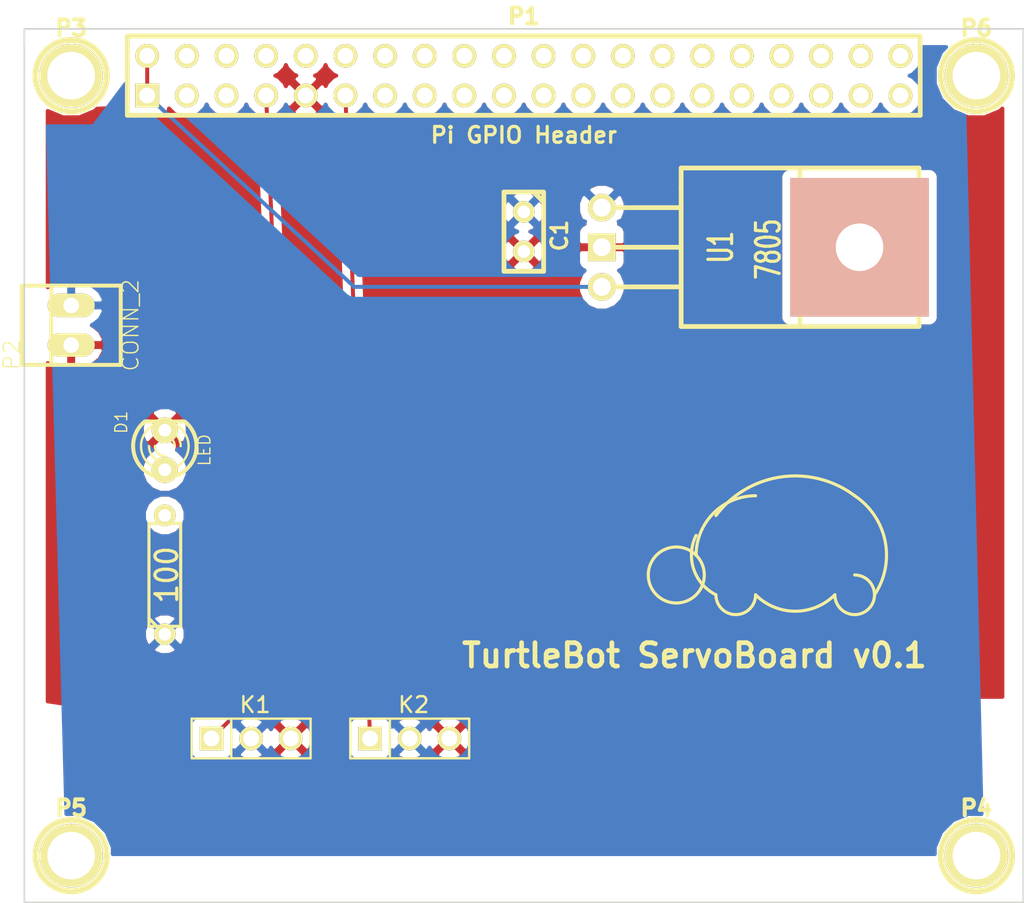
<source format=kicad_pcb>
(kicad_pcb (version 3) (host pcbnew "(2013-07-07 BZR 4022)-stable")

  (general
    (links 16)
    (no_connects 1)
    (area 123.539 66.29084 193.461 124.683)
    (thickness 1.6)
    (drawings 18)
    (tracks 6)
    (zones 0)
    (modules 12)
    (nets 7)
  )

  (page USLetter)
  (title_block 
    (title "Robot Turtle Layout")
    (rev 0.1)
  )

  (layers
    (15 F.Cu signal)
    (0 B.Cu signal)
    (16 B.Adhes user)
    (17 F.Adhes user)
    (18 B.Paste user)
    (19 F.Paste user)
    (20 B.SilkS user)
    (21 F.SilkS user)
    (22 B.Mask user)
    (23 F.Mask user)
    (24 Dwgs.User user)
    (25 Cmts.User user)
    (26 Eco1.User user)
    (27 Eco2.User user)
    (28 Edge.Cuts user)
  )

  (setup
    (last_trace_width 0.254)
    (trace_clearance 0.254)
    (zone_clearance 0.508)
    (zone_45_only no)
    (trace_min 0.254)
    (segment_width 0.2)
    (edge_width 0.1)
    (via_size 0.889)
    (via_drill 0.635)
    (via_min_size 0.889)
    (via_min_drill 0.508)
    (uvia_size 0.508)
    (uvia_drill 0.127)
    (uvias_allowed no)
    (uvia_min_size 0.508)
    (uvia_min_drill 0.127)
    (pcb_text_width 0.3)
    (pcb_text_size 1.5 1.5)
    (mod_edge_width 0.15)
    (mod_text_size 1 1)
    (mod_text_width 0.15)
    (pad_size 1.5 1.5)
    (pad_drill 0.6)
    (pad_to_mask_clearance 0)
    (aux_axis_origin 0 0)
    (visible_elements 7FFFFFFF)
    (pcbplotparams
      (layerselection 271613953)
      (usegerberextensions true)
      (excludeedgelayer true)
      (linewidth 0.150000)
      (plotframeref false)
      (viasonmask false)
      (mode 1)
      (useauxorigin false)
      (hpglpennumber 1)
      (hpglpenspeed 20)
      (hpglpendiameter 15)
      (hpglpenoverlay 2)
      (psnegative false)
      (psa4output false)
      (plotreference true)
      (plotvalue true)
      (plotothertext true)
      (plotinvisibletext false)
      (padsonsilk false)
      (subtractmaskfromsilk false)
      (outputformat 1)
      (mirror false)
      (drillshape 0)
      (scaleselection 1)
      (outputdirectory gerber_files/))
  )

  (net 0 "")
  (net 1 +6V)
  (net 2 GND)
  (net 3 N-0000027)
  (net 4 N-0000033)
  (net 5 N-000006)
  (net 6 N-000008)

  (net_class Default "This is the default net class."
    (clearance 0.254)
    (trace_width 0.254)
    (via_dia 0.889)
    (via_drill 0.635)
    (uvia_dia 0.508)
    (uvia_drill 0.127)
    (add_net "")
    (add_net +6V)
    (add_net GND)
    (add_net N-0000027)
    (add_net N-0000033)
    (add_net N-000006)
    (add_net N-000008)
  )

  (module R3 (layer F.Cu) (tedit 4E4C0E65) (tstamp 54A6E807)
    (at 135 103 90)
    (descr "Resitance 3 pas")
    (tags R)
    (path /54A6DC96)
    (autoplace_cost180 10)
    (fp_text reference R1 (at 0 0.127 90) (layer F.SilkS) hide
      (effects (font (size 1.397 1.27) (thickness 0.2032)))
    )
    (fp_text value 100 (at 0 0.127 90) (layer F.SilkS)
      (effects (font (size 1.397 1.27) (thickness 0.2032)))
    )
    (fp_line (start -3.81 0) (end -3.302 0) (layer F.SilkS) (width 0.2032))
    (fp_line (start 3.81 0) (end 3.302 0) (layer F.SilkS) (width 0.2032))
    (fp_line (start 3.302 0) (end 3.302 -1.016) (layer F.SilkS) (width 0.2032))
    (fp_line (start 3.302 -1.016) (end -3.302 -1.016) (layer F.SilkS) (width 0.2032))
    (fp_line (start -3.302 -1.016) (end -3.302 1.016) (layer F.SilkS) (width 0.2032))
    (fp_line (start -3.302 1.016) (end 3.302 1.016) (layer F.SilkS) (width 0.2032))
    (fp_line (start 3.302 1.016) (end 3.302 0) (layer F.SilkS) (width 0.2032))
    (fp_line (start -3.302 -0.508) (end -2.794 -1.016) (layer F.SilkS) (width 0.2032))
    (pad 1 thru_hole circle (at -3.81 0 90) (size 1.397 1.397) (drill 0.8128)
      (layers *.Cu *.Mask F.SilkS)
      (net 1 +6V)
    )
    (pad 2 thru_hole circle (at 3.81 0 90) (size 1.397 1.397) (drill 0.8128)
      (layers *.Cu *.Mask F.SilkS)
      (net 3 N-0000027)
    )
    (model discret/resistor.wrl
      (at (xyz 0 0 0))
      (scale (xyz 0.3 0.3 0.3))
      (rotate (xyz 0 0 0))
    )
  )

  (module PIN_ARRAY_20X2 (layer F.Cu) (tedit 5031D84E) (tstamp 54A6E837)
    (at 158 71)
    (descr "Double rangee de contacts 2 x 12 pins")
    (tags CONN)
    (path /54A6E06A)
    (fp_text reference P1 (at 0 -3.81) (layer F.SilkS)
      (effects (font (size 1.016 1.016) (thickness 0.27432)))
    )
    (fp_text value "Pi GPIO Header" (at 0 3.81) (layer F.SilkS)
      (effects (font (size 1.016 1.016) (thickness 0.2032)))
    )
    (fp_line (start 25.4 2.54) (end -25.4 2.54) (layer F.SilkS) (width 0.3048))
    (fp_line (start 25.4 -2.54) (end -25.4 -2.54) (layer F.SilkS) (width 0.3048))
    (fp_line (start 25.4 -2.54) (end 25.4 2.54) (layer F.SilkS) (width 0.3048))
    (fp_line (start -25.4 -2.54) (end -25.4 2.54) (layer F.SilkS) (width 0.3048))
    (pad 1 thru_hole rect (at -24.13 1.27) (size 1.524 1.524) (drill 1.016)
      (layers *.Cu *.Mask F.SilkS)
      (net 4 N-0000033)
    )
    (pad 2 thru_hole circle (at -24.13 -1.27) (size 1.524 1.524) (drill 1.016)
      (layers *.Cu *.Mask F.SilkS)
      (net 4 N-0000033)
    )
    (pad 11 thru_hole circle (at -11.43 1.27) (size 1.524 1.524) (drill 1.016)
      (layers *.Cu *.Mask F.SilkS)
      (net 6 N-000008)
    )
    (pad 4 thru_hole circle (at -21.59 -1.27) (size 1.524 1.524) (drill 1.016)
      (layers *.Cu *.Mask F.SilkS)
    )
    (pad 13 thru_hole circle (at -8.89 1.27) (size 1.524 1.524) (drill 1.016)
      (layers *.Cu *.Mask F.SilkS)
    )
    (pad 6 thru_hole circle (at -19.05 -1.27) (size 1.524 1.524) (drill 1.016)
      (layers *.Cu *.Mask F.SilkS)
    )
    (pad 15 thru_hole circle (at -6.35 1.27) (size 1.524 1.524) (drill 1.016)
      (layers *.Cu *.Mask F.SilkS)
    )
    (pad 8 thru_hole circle (at -16.51 -1.27) (size 1.524 1.524) (drill 1.016)
      (layers *.Cu *.Mask F.SilkS)
    )
    (pad 17 thru_hole circle (at -3.81 1.27) (size 1.524 1.524) (drill 1.016)
      (layers *.Cu *.Mask F.SilkS)
    )
    (pad 10 thru_hole circle (at -13.97 -1.27) (size 1.524 1.524) (drill 1.016)
      (layers *.Cu *.Mask F.SilkS)
    )
    (pad 19 thru_hole circle (at -1.27 1.27) (size 1.524 1.524) (drill 1.016)
      (layers *.Cu *.Mask F.SilkS)
    )
    (pad 12 thru_hole circle (at -11.43 -1.27) (size 1.524 1.524) (drill 1.016)
      (layers *.Cu *.Mask F.SilkS)
    )
    (pad 21 thru_hole circle (at 1.27 1.27) (size 1.524 1.524) (drill 1.016)
      (layers *.Cu *.Mask F.SilkS)
    )
    (pad 14 thru_hole circle (at -8.89 -1.27) (size 1.524 1.524) (drill 1.016)
      (layers *.Cu *.Mask F.SilkS)
    )
    (pad 23 thru_hole circle (at 3.81 1.27) (size 1.524 1.524) (drill 1.016)
      (layers *.Cu *.Mask F.SilkS)
    )
    (pad 16 thru_hole circle (at -6.35 -1.27) (size 1.524 1.524) (drill 1.016)
      (layers *.Cu *.Mask F.SilkS)
    )
    (pad 25 thru_hole circle (at 6.35 1.27) (size 1.524 1.524) (drill 1.016)
      (layers *.Cu *.Mask F.SilkS)
    )
    (pad 18 thru_hole circle (at -3.81 -1.27) (size 1.524 1.524) (drill 1.016)
      (layers *.Cu *.Mask F.SilkS)
    )
    (pad 27 thru_hole circle (at 8.89 1.27) (size 1.524 1.524) (drill 1.016)
      (layers *.Cu *.Mask F.SilkS)
    )
    (pad 20 thru_hole circle (at -1.27 -1.27) (size 1.524 1.524) (drill 1.016)
      (layers *.Cu *.Mask F.SilkS)
    )
    (pad 29 thru_hole circle (at 11.43 1.27) (size 1.524 1.524) (drill 1.016)
      (layers *.Cu *.Mask F.SilkS)
    )
    (pad 22 thru_hole circle (at 1.27 -1.27) (size 1.524 1.524) (drill 1.016)
      (layers *.Cu *.Mask F.SilkS)
    )
    (pad 31 thru_hole circle (at 13.97 1.27) (size 1.524 1.524) (drill 1.016)
      (layers *.Cu *.Mask F.SilkS)
    )
    (pad 24 thru_hole circle (at 3.81 -1.27) (size 1.524 1.524) (drill 1.016)
      (layers *.Cu *.Mask F.SilkS)
    )
    (pad 26 thru_hole circle (at 6.35 -1.27) (size 1.524 1.524) (drill 1.016)
      (layers *.Cu *.Mask F.SilkS)
    )
    (pad 33 thru_hole circle (at 16.51 1.27) (size 1.524 1.524) (drill 1.016)
      (layers *.Cu *.Mask F.SilkS)
    )
    (pad 28 thru_hole circle (at 8.89 -1.27) (size 1.524 1.524) (drill 1.016)
      (layers *.Cu *.Mask F.SilkS)
    )
    (pad 32 thru_hole circle (at 13.97 -1.27) (size 1.524 1.524) (drill 1.016)
      (layers *.Cu *.Mask F.SilkS)
    )
    (pad 34 thru_hole circle (at 16.51 -1.27) (size 1.524 1.524) (drill 1.016)
      (layers *.Cu *.Mask F.SilkS)
    )
    (pad 36 thru_hole circle (at 19.05 -1.27) (size 1.524 1.524) (drill 1.016)
      (layers *.Cu *.Mask F.SilkS)
    )
    (pad 38 thru_hole circle (at 21.59 -1.27) (size 1.524 1.524) (drill 1.016)
      (layers *.Cu *.Mask F.SilkS)
    )
    (pad 35 thru_hole circle (at 19.05 1.27) (size 1.524 1.524) (drill 1.016)
      (layers *.Cu *.Mask F.SilkS)
    )
    (pad 37 thru_hole circle (at 21.59 1.27) (size 1.524 1.524) (drill 1.016)
      (layers *.Cu *.Mask F.SilkS)
    )
    (pad 3 thru_hole circle (at -21.59 1.27) (size 1.524 1.524) (drill 1.016)
      (layers *.Cu *.Mask F.SilkS)
    )
    (pad 5 thru_hole circle (at -19.05 1.27) (size 1.524 1.524) (drill 1.016)
      (layers *.Cu *.Mask F.SilkS)
    )
    (pad 7 thru_hole circle (at -16.51 1.27) (size 1.524 1.524) (drill 1.016)
      (layers *.Cu *.Mask F.SilkS)
      (net 5 N-000006)
    )
    (pad 9 thru_hole circle (at -13.97 1.27) (size 1.524 1.524) (drill 1.016)
      (layers *.Cu *.Mask F.SilkS)
      (net 2 GND)
    )
    (pad 39 thru_hole circle (at 24.13 1.27) (size 1.524 1.524) (drill 1.016)
      (layers *.Cu *.Mask F.SilkS)
    )
    (pad 40 thru_hole circle (at 24.13 -1.27) (size 1.524 1.524) (drill 1.016)
      (layers *.Cu *.Mask F.SilkS)
    )
    (pad 30 thru_hole circle (at 11.43 -1.27) (size 1.524 1.524) (drill 1.016)
      (layers *.Cu *.Mask F.SilkS)
    )
    (model pin_array/pins_array_20x2.wrl
      (at (xyz 0 0 0))
      (scale (xyz 1 1 1))
      (rotate (xyz 0 0 0))
    )
  )

  (module LM78XX (layer F.Cu) (tedit 200000) (tstamp 54A6E849)
    (at 163 82)
    (descr "Regulateur TO220 serie LM78xx")
    (tags "TR TO220")
    (path /54A6D8F3)
    (fp_text reference U1 (at 7.62 0 90) (layer F.SilkS)
      (effects (font (size 1.524 1.016) (thickness 0.2032)))
    )
    (fp_text value 7805 (at 10.668 0.127 90) (layer F.SilkS)
      (effects (font (size 1.524 1.016) (thickness 0.2032)))
    )
    (fp_line (start 0 -2.54) (end 5.08 -2.54) (layer F.SilkS) (width 0.3048))
    (fp_line (start 0 0) (end 5.08 0) (layer F.SilkS) (width 0.3048))
    (fp_line (start 0 2.54) (end 5.08 2.54) (layer F.SilkS) (width 0.3048))
    (fp_line (start 5.08 -3.81) (end 5.08 5.08) (layer F.SilkS) (width 0.3048))
    (fp_line (start 5.08 5.08) (end 20.32 5.08) (layer F.SilkS) (width 0.3048))
    (fp_line (start 20.32 5.08) (end 20.32 -5.08) (layer F.SilkS) (width 0.3048))
    (fp_line (start 5.08 -3.81) (end 5.08 -5.08) (layer F.SilkS) (width 0.3048))
    (fp_line (start 12.7 3.81) (end 12.7 -5.08) (layer F.SilkS) (width 0.3048))
    (fp_line (start 12.7 3.81) (end 12.7 5.08) (layer F.SilkS) (width 0.3048))
    (fp_line (start 5.08 -5.08) (end 20.32 -5.08) (layer F.SilkS) (width 0.3048))
    (pad 4 thru_hole rect (at 16.51 0) (size 8.89 8.89) (drill 3.048)
      (layers *.Cu *.SilkS *.Mask)
    )
    (pad VI thru_hole circle (at 0 -2.54) (size 1.778 1.778) (drill 1.143)
      (layers *.Cu *.Mask F.SilkS)
      (net 1 +6V)
    )
    (pad GND thru_hole rect (at 0 0) (size 1.778 1.778) (drill 1.143)
      (layers *.Cu *.Mask F.SilkS)
      (net 2 GND)
    )
    (pad VO thru_hole circle (at 0 2.54) (size 1.778 1.778) (drill 1.143)
      (layers *.Cu *.Mask F.SilkS)
      (net 4 N-0000033)
    )
    (model discret/to220_horiz.wrl
      (at (xyz 0 0 0))
      (scale (xyz 1 1 1))
      (rotate (xyz 0 0 0))
    )
  )

  (module LED-3MM (layer F.Cu) (tedit 50ADE848) (tstamp 54A6E862)
    (at 135 95 90)
    (descr "LED 3mm - Lead pitch 100mil (2,54mm)")
    (tags "LED led 3mm 3MM 100mil 2,54mm")
    (path /54A6DE7D)
    (fp_text reference D1 (at 1.778 -2.794 90) (layer F.SilkS)
      (effects (font (size 0.762 0.762) (thickness 0.0889)))
    )
    (fp_text value LED (at 0 2.54 90) (layer F.SilkS)
      (effects (font (size 0.762 0.762) (thickness 0.0889)))
    )
    (fp_line (start 1.8288 1.27) (end 1.8288 -1.27) (layer F.SilkS) (width 0.254))
    (fp_arc (start 0.254 0) (end -1.27 0) (angle 39.8) (layer F.SilkS) (width 0.1524))
    (fp_arc (start 0.254 0) (end -0.88392 1.01092) (angle 41.6) (layer F.SilkS) (width 0.1524))
    (fp_arc (start 0.254 0) (end 1.4097 -0.9906) (angle 40.6) (layer F.SilkS) (width 0.1524))
    (fp_arc (start 0.254 0) (end 1.778 0) (angle 39.8) (layer F.SilkS) (width 0.1524))
    (fp_arc (start 0.254 0) (end 0.254 -1.524) (angle 54.4) (layer F.SilkS) (width 0.1524))
    (fp_arc (start 0.254 0) (end -0.9652 -0.9144) (angle 53.1) (layer F.SilkS) (width 0.1524))
    (fp_arc (start 0.254 0) (end 1.45542 0.93472) (angle 52.1) (layer F.SilkS) (width 0.1524))
    (fp_arc (start 0.254 0) (end 0.254 1.524) (angle 52.1) (layer F.SilkS) (width 0.1524))
    (fp_arc (start 0.254 0) (end -0.381 0) (angle 90) (layer F.SilkS) (width 0.1524))
    (fp_arc (start 0.254 0) (end -0.762 0) (angle 90) (layer F.SilkS) (width 0.1524))
    (fp_arc (start 0.254 0) (end 0.889 0) (angle 90) (layer F.SilkS) (width 0.1524))
    (fp_arc (start 0.254 0) (end 1.27 0) (angle 90) (layer F.SilkS) (width 0.1524))
    (fp_arc (start 0.254 0) (end 0.254 -2.032) (angle 50.1) (layer F.SilkS) (width 0.254))
    (fp_arc (start 0.254 0) (end -1.5367 -0.95504) (angle 61.9) (layer F.SilkS) (width 0.254))
    (fp_arc (start 0.254 0) (end 1.8034 1.31064) (angle 49.7) (layer F.SilkS) (width 0.254))
    (fp_arc (start 0.254 0) (end 0.254 2.032) (angle 60.2) (layer F.SilkS) (width 0.254))
    (fp_arc (start 0.254 0) (end -1.778 0) (angle 28.3) (layer F.SilkS) (width 0.254))
    (fp_arc (start 0.254 0) (end -1.47574 1.06426) (angle 31.6) (layer F.SilkS) (width 0.254))
    (pad 1 thru_hole circle (at -1.27 0 90) (size 1.6764 1.6764) (drill 0.8128)
      (layers *.Cu *.Mask F.SilkS)
      (net 3 N-0000027)
    )
    (pad 2 thru_hole circle (at 1.27 0 90) (size 1.6764 1.6764) (drill 0.8128)
      (layers *.Cu *.Mask F.SilkS)
      (net 2 GND)
    )
    (model discret/leds/led3_vertical_verde.wrl
      (at (xyz 0 0 0))
      (scale (xyz 1 1 1))
      (rotate (xyz 0 0 0))
    )
  )

  (module C1 (layer F.Cu) (tedit 3F92C496) (tstamp 54A6E86D)
    (at 158 81 270)
    (descr "Condensateur e = 1 pas")
    (tags C)
    (path /54A6DFA4)
    (fp_text reference C1 (at 0.254 -2.286 270) (layer F.SilkS)
      (effects (font (size 1.016 1.016) (thickness 0.2032)))
    )
    (fp_text value "100 uF" (at 0 -2.286 270) (layer F.SilkS) hide
      (effects (font (size 1.016 1.016) (thickness 0.2032)))
    )
    (fp_line (start -2.4892 -1.27) (end 2.54 -1.27) (layer F.SilkS) (width 0.3048))
    (fp_line (start 2.54 -1.27) (end 2.54 1.27) (layer F.SilkS) (width 0.3048))
    (fp_line (start 2.54 1.27) (end -2.54 1.27) (layer F.SilkS) (width 0.3048))
    (fp_line (start -2.54 1.27) (end -2.54 -1.27) (layer F.SilkS) (width 0.3048))
    (fp_line (start -2.54 -0.635) (end -1.905 -1.27) (layer F.SilkS) (width 0.3048))
    (pad 1 thru_hole circle (at -1.27 0 270) (size 1.397 1.397) (drill 0.8128)
      (layers *.Cu *.Mask F.SilkS)
      (net 1 +6V)
    )
    (pad 2 thru_hole circle (at 1.27 0 270) (size 1.397 1.397) (drill 0.8128)
      (layers *.Cu *.Mask F.SilkS)
      (net 2 GND)
    )
    (model discret/capa_1_pas.wrl
      (at (xyz 0 0 0))
      (scale (xyz 1 1 1))
      (rotate (xyz 0 0 0))
    )
  )

  (module PIN_ARRAY_3X1 (layer F.Cu) (tedit 4C1130E0) (tstamp 54A6E878)
    (at 140.53 113.49)
    (descr "Connecteur 3 pins")
    (tags "CONN DEV")
    (path /54A6E166)
    (fp_text reference K1 (at 0.254 -2.159) (layer F.SilkS)
      (effects (font (size 1.016 1.016) (thickness 0.1524)))
    )
    (fp_text value "Left Servo" (at 0 -2.159) (layer F.SilkS) hide
      (effects (font (size 1.016 1.016) (thickness 0.1524)))
    )
    (fp_line (start -3.81 1.27) (end -3.81 -1.27) (layer F.SilkS) (width 0.1524))
    (fp_line (start -3.81 -1.27) (end 3.81 -1.27) (layer F.SilkS) (width 0.1524))
    (fp_line (start 3.81 -1.27) (end 3.81 1.27) (layer F.SilkS) (width 0.1524))
    (fp_line (start 3.81 1.27) (end -3.81 1.27) (layer F.SilkS) (width 0.1524))
    (fp_line (start -1.27 -1.27) (end -1.27 1.27) (layer F.SilkS) (width 0.1524))
    (pad 1 thru_hole rect (at -2.54 0) (size 1.524 1.524) (drill 1.016)
      (layers *.Cu *.Mask F.SilkS)
      (net 5 N-000006)
    )
    (pad 2 thru_hole circle (at 0 0) (size 1.524 1.524) (drill 1.016)
      (layers *.Cu *.Mask F.SilkS)
      (net 1 +6V)
    )
    (pad 3 thru_hole circle (at 2.54 0) (size 1.524 1.524) (drill 1.016)
      (layers *.Cu *.Mask F.SilkS)
      (net 2 GND)
    )
    (model pin_array/pins_array_3x1.wrl
      (at (xyz 0 0 0))
      (scale (xyz 1 1 1))
      (rotate (xyz 0 0 0))
    )
  )

  (module PIN_ARRAY_3X1 (layer F.Cu) (tedit 4C1130E0) (tstamp 54A6E883)
    (at 150.69 113.49)
    (descr "Connecteur 3 pins")
    (tags "CONN DEV")
    (path /54A6E177)
    (fp_text reference K2 (at 0.254 -2.159) (layer F.SilkS)
      (effects (font (size 1.016 1.016) (thickness 0.1524)))
    )
    (fp_text value "Right Servo" (at 0 -2.159) (layer F.SilkS) hide
      (effects (font (size 1.016 1.016) (thickness 0.1524)))
    )
    (fp_line (start -3.81 1.27) (end -3.81 -1.27) (layer F.SilkS) (width 0.1524))
    (fp_line (start -3.81 -1.27) (end 3.81 -1.27) (layer F.SilkS) (width 0.1524))
    (fp_line (start 3.81 -1.27) (end 3.81 1.27) (layer F.SilkS) (width 0.1524))
    (fp_line (start 3.81 1.27) (end -3.81 1.27) (layer F.SilkS) (width 0.1524))
    (fp_line (start -1.27 -1.27) (end -1.27 1.27) (layer F.SilkS) (width 0.1524))
    (pad 1 thru_hole rect (at -2.54 0) (size 1.524 1.524) (drill 1.016)
      (layers *.Cu *.Mask F.SilkS)
      (net 6 N-000008)
    )
    (pad 2 thru_hole circle (at 0 0) (size 1.524 1.524) (drill 1.016)
      (layers *.Cu *.Mask F.SilkS)
      (net 1 +6V)
    )
    (pad 3 thru_hole circle (at 2.54 0) (size 1.524 1.524) (drill 1.016)
      (layers *.Cu *.Mask F.SilkS)
      (net 2 GND)
    )
    (model pin_array/pins_array_3x1.wrl
      (at (xyz 0 0 0))
      (scale (xyz 1 1 1))
      (rotate (xyz 0 0 0))
    )
  )

  (module 1pin (layer F.Cu) (tedit 200000) (tstamp 54A7928B)
    (at 129 71)
    (descr "module 1 pin (ou trou mecanique de percage)")
    (tags DEV)
    (path /54A791F4)
    (fp_text reference P3 (at 0 -3.048) (layer F.SilkS)
      (effects (font (size 1.016 1.016) (thickness 0.254)))
    )
    (fp_text value CONNECTOR (at 0 2.794) (layer F.SilkS) hide
      (effects (font (size 1.016 1.016) (thickness 0.254)))
    )
    (fp_circle (center 0 0) (end 0 -2.286) (layer F.SilkS) (width 0.381))
    (pad 1 thru_hole circle (at 0 0) (size 4.064 4.064) (drill 3.048)
      (layers *.Cu *.Mask F.SilkS)
    )
  )

  (module 1pin (layer F.Cu) (tedit 200000) (tstamp 54A79291)
    (at 129 121)
    (descr "module 1 pin (ou trou mecanique de percage)")
    (tags DEV)
    (path /54A79203)
    (fp_text reference P5 (at 0 -3.048) (layer F.SilkS)
      (effects (font (size 1.016 1.016) (thickness 0.254)))
    )
    (fp_text value CONNECTOR (at 0 2.794) (layer F.SilkS) hide
      (effects (font (size 1.016 1.016) (thickness 0.254)))
    )
    (fp_circle (center 0 0) (end 0 -2.286) (layer F.SilkS) (width 0.381))
    (pad 1 thru_hole circle (at 0 0) (size 4.064 4.064) (drill 3.048)
      (layers *.Cu *.Mask F.SilkS)
    )
  )

  (module 1pin (layer F.Cu) (tedit 200000) (tstamp 54A79297)
    (at 187 121)
    (descr "module 1 pin (ou trou mecanique de percage)")
    (tags DEV)
    (path /54A79212)
    (fp_text reference P4 (at 0 -3.048) (layer F.SilkS)
      (effects (font (size 1.016 1.016) (thickness 0.254)))
    )
    (fp_text value CONNECTOR (at 0 2.794) (layer F.SilkS) hide
      (effects (font (size 1.016 1.016) (thickness 0.254)))
    )
    (fp_circle (center 0 0) (end 0 -2.286) (layer F.SilkS) (width 0.381))
    (pad 1 thru_hole circle (at 0 0) (size 4.064 4.064) (drill 3.048)
      (layers *.Cu *.Mask F.SilkS)
    )
  )

  (module PINHEAD1-2 (layer F.Cu) (tedit 4C5EDFB2) (tstamp 54A792C4)
    (at 129 87 90)
    (path /54A6EE84)
    (attr virtual)
    (fp_text reference P2 (at -1.905 -3.81 90) (layer F.SilkS)
      (effects (font (size 1.016 1.016) (thickness 0.0889)))
    )
    (fp_text value CONN_2 (at 0 3.81 90) (layer F.SilkS)
      (effects (font (size 1.016 1.016) (thickness 0.0889)))
    )
    (fp_line (start 2.54 -1.27) (end -2.54 -1.27) (layer F.SilkS) (width 0.254))
    (fp_line (start 2.54 3.175) (end -2.54 3.175) (layer F.SilkS) (width 0.254))
    (fp_line (start -2.54 -3.175) (end 2.54 -3.175) (layer F.SilkS) (width 0.254))
    (fp_line (start -2.54 -3.175) (end -2.54 3.175) (layer F.SilkS) (width 0.254))
    (fp_line (start 2.54 -3.175) (end 2.54 3.175) (layer F.SilkS) (width 0.254))
    (pad 1 thru_hole oval (at -1.27 0 90) (size 1.50622 3.01498) (drill 0.99822)
      (layers *.Cu F.Paste F.SilkS F.Mask)
      (net 2 GND)
    )
    (pad 2 thru_hole oval (at 1.27 0 90) (size 1.50622 3.01498) (drill 0.99822)
      (layers *.Cu F.Paste F.SilkS F.Mask)
      (net 1 +6V)
    )
  )

  (module 1pin (layer F.Cu) (tedit 200000) (tstamp 54A87ECD)
    (at 187 71)
    (descr "module 1 pin (ou trou mecanique de percage)")
    (tags DEV)
    (path /54A79221)
    (fp_text reference P6 (at 0 -3.048) (layer F.SilkS)
      (effects (font (size 1.016 1.016) (thickness 0.254)))
    )
    (fp_text value CONNECTOR (at 0 2.794) (layer F.SilkS) hide
      (effects (font (size 1.016 1.016) (thickness 0.254)))
    )
    (fp_circle (center 0 0) (end 0 -2.286) (layer F.SilkS) (width 0.381))
    (pad 1 thru_hole circle (at 0 0) (size 4.064 4.064) (drill 3.048)
      (layers *.Cu *.Mask F.SilkS)
    )
  )

  (gr_line (start 190 124) (end 126 124) (angle 90) (layer Edge.Cuts) (width 0.1))
  (gr_line (start 190 68) (end 126 68) (angle 90) (layer Edge.Cuts) (width 0.1))
  (gr_line (start 190 124) (end 190 68) (angle 90) (layer Edge.Cuts) (width 0.1))
  (gr_line (start 126 69) (end 126 68) (angle 90) (layer Edge.Cuts) (width 0.1))
  (gr_line (start 126 68) (end 126 69) (angle 90) (layer Edge.Cuts) (width 0.1))
  (gr_line (start 126 124) (end 126 69) (angle 90) (layer Edge.Cuts) (width 0.1))
  (gr_arc (start 171.58 101.74) (end 170.31 104.28) (angle 90) (layer F.SilkS) (width 0.2))
  (gr_arc (start 171.58 104.28) (end 171.58 105.55) (angle 90) (layer F.SilkS) (width 0.2))
  (gr_arc (start 171.58 104.28) (end 172.85 104.28) (angle 90) (layer F.SilkS) (width 0.2))
  (gr_arc (start 175.39 101.74) (end 177.93 104.28) (angle 90) (layer F.SilkS) (width 0.2))
  (gr_arc (start 179.2 104.28) (end 179.2 105.55) (angle 90) (layer F.SilkS) (width 0.2))
  (gr_arc (start 179.2 104.28) (end 180.47 104.28) (angle 90) (layer F.SilkS) (width 0.2))
  (gr_arc (start 179.2 104.28) (end 179.2 103.01) (angle 90) (layer F.SilkS) (width 0.2))
  (gr_arc (start 176.66 101.74) (end 179.2 97.93) (angle 90) (layer F.SilkS) (width 0.2))
  (gr_arc (start 172.85 101.74) (end 169.04 101.74) (angle 90) (layer F.SilkS) (width 0.2))
  (gr_arc (start 175.39 103.01) (end 170.31 99.2) (angle 90) (layer F.SilkS) (width 0.2))
  (gr_circle (center 167.77 103.01) (end 169.04 104.28) (layer F.SilkS) (width 0.2))
  (gr_text "TurtleBot ServoBoard v0.1" (at 168.93 108.17) (layer F.SilkS)
    (effects (font (size 1.5 1.5) (thickness 0.3)))
  )

  (segment (start 163 84.54) (end 147.14 84.54) (width 0.254) (layer B.Cu) (net 4))
  (segment (start 147.14 84.54) (end 133.87 72.27) (width 0.254) (layer B.Cu) (net 4) (tstamp 54A88066) (status 20))
  (segment (start 133.87 72.27) (end 133.87 69.73) (width 0.254) (layer F.Cu) (net 4) (status 30))
  (segment (start 141.49 72.27) (end 143.07 108.41) (width 0.254) (layer F.Cu) (net 5) (status 10))
  (segment (start 143.07 108.41) (end 137.99 113.49) (width 0.254) (layer F.Cu) (net 5) (tstamp 54A793E1))
  (segment (start 146.57 72.27) (end 148.15 113.49) (width 0.254) (layer F.Cu) (net 6) (status 10))

  (zone (net 2) (net_name GND) (layer F.Cu) (tstamp 54A79410) (hatch edge 0.508)
    (connect_pads (clearance 0.508))
    (min_thickness 0.254)
    (fill (arc_segments 16) (thermal_gap 0.508) (thermal_bridge_width 0.508))
    (polygon
      (pts
        (xy 188.79 110.95) (xy 182.44 110.95) (xy 182.44 117.3) (xy 134.18 117.3) (xy 134.18 112.22)
        (xy 127.37 111.22) (xy 127.37 73.12) (xy 134.18 72.85) (xy 134.18 69.04) (xy 182.44 69.04)
        (xy 182.44 72.85) (xy 188.79 72.85)
      )
    )
    (filled_polygon
      (pts
        (xy 188.663 110.823) (xy 184.59011 110.823) (xy 184.59011 86.319245) (xy 184.59011 77.429245) (xy 184.493641 77.195771)
        (xy 184.315168 77.016987) (xy 184.081864 76.920111) (xy 183.829245 76.91989) (xy 174.939245 76.91989) (xy 174.705771 77.016359)
        (xy 174.526987 77.194832) (xy 174.430111 77.428136) (xy 174.42989 77.680755) (xy 174.42989 86.570755) (xy 174.526359 86.804229)
        (xy 174.704832 86.983013) (xy 174.938136 87.079889) (xy 175.190755 87.08011) (xy 184.080755 87.08011) (xy 184.314229 86.983641)
        (xy 184.493013 86.805168) (xy 184.589889 86.571864) (xy 184.59011 86.319245) (xy 184.59011 110.823) (xy 182.313 110.823)
        (xy 182.313 117.173) (xy 164.524263 117.173) (xy 164.524263 84.238188) (xy 164.524263 79.158188) (xy 164.292737 78.597852)
        (xy 163.864403 78.16877) (xy 163.304472 77.936266) (xy 162.698188 77.935737) (xy 162.137852 78.167263) (xy 161.70877 78.595597)
        (xy 161.476266 79.155528) (xy 161.475737 79.761812) (xy 161.707263 80.322148) (xy 161.897095 80.512312) (xy 161.751771 80.572359)
        (xy 161.572987 80.750832) (xy 161.476111 80.984136) (xy 161.47589 81.236755) (xy 161.476 81.71425) (xy 161.63475 81.873)
        (xy 162.873 81.873) (xy 162.873 81.853) (xy 163.127 81.853) (xy 163.127 81.873) (xy 164.36525 81.873)
        (xy 164.524 81.71425) (xy 164.52411 81.236755) (xy 164.523889 80.984136) (xy 164.427013 80.750832) (xy 164.248229 80.572359)
        (xy 164.102966 80.512338) (xy 164.29123 80.324403) (xy 164.523734 79.764472) (xy 164.524263 79.158188) (xy 164.524263 84.238188)
        (xy 164.292737 83.677852) (xy 164.102904 83.487687) (xy 164.248229 83.427641) (xy 164.427013 83.249168) (xy 164.523889 83.015864)
        (xy 164.52411 82.763245) (xy 164.524 82.28575) (xy 164.36525 82.127) (xy 163.127 82.127) (xy 163.127 82.147)
        (xy 162.873 82.147) (xy 162.873 82.127) (xy 161.63475 82.127) (xy 161.476 82.28575) (xy 161.47589 82.763245)
        (xy 161.476111 83.015864) (xy 161.572987 83.249168) (xy 161.751771 83.427641) (xy 161.897033 83.487661) (xy 161.70877 83.675597)
        (xy 161.476266 84.235528) (xy 161.475737 84.841812) (xy 161.707263 85.402148) (xy 162.135597 85.83123) (xy 162.695528 86.063734)
        (xy 163.301812 86.064263) (xy 163.862148 85.832737) (xy 164.29123 85.404403) (xy 164.523734 84.844472) (xy 164.524263 84.238188)
        (xy 164.524263 117.173) (xy 159.345924 117.173) (xy 159.345924 82.46252) (xy 159.33373 82.238064) (xy 159.33373 79.465914)
        (xy 159.131145 78.97562) (xy 158.756353 78.600174) (xy 158.266413 78.396733) (xy 157.735914 78.39627) (xy 157.24562 78.598855)
        (xy 156.870174 78.973647) (xy 156.666733 79.463587) (xy 156.66627 79.994086) (xy 156.868855 80.48438) (xy 157.243647 80.859826)
        (xy 157.565122 80.993314) (xy 157.307072 81.100202) (xy 157.245419 81.335814) (xy 158 82.090395) (xy 158.754581 81.335814)
        (xy 158.692928 81.100202) (xy 158.413683 81.001917) (xy 158.75438 80.861145) (xy 159.129826 80.486353) (xy 159.333267 79.996413)
        (xy 159.33373 79.465914) (xy 159.33373 82.238064) (xy 159.317146 81.932802) (xy 159.169798 81.577072) (xy 158.934186 81.515419)
        (xy 158.179605 82.27) (xy 158.934186 83.024581) (xy 159.169798 82.962928) (xy 159.345924 82.46252) (xy 159.345924 117.173)
        (xy 158.754581 117.173) (xy 158.754581 83.204186) (xy 158 82.449605) (xy 157.820395 82.62921) (xy 157.820395 82.27)
        (xy 157.065814 81.515419) (xy 156.830202 81.577072) (xy 156.654076 82.07748) (xy 156.682854 82.607198) (xy 156.830202 82.962928)
        (xy 157.065814 83.024581) (xy 157.820395 82.27) (xy 157.820395 82.62921) (xy 157.245419 83.204186) (xy 157.307072 83.439798)
        (xy 157.80748 83.615924) (xy 158.337198 83.587146) (xy 158.692928 83.439798) (xy 158.754581 83.204186) (xy 158.754581 117.173)
        (xy 154.639143 117.173) (xy 154.639143 113.697696) (xy 154.61136 113.142631) (xy 154.452396 112.758858) (xy 154.210212 112.689393)
        (xy 154.030607 112.868998) (xy 154.030607 112.509788) (xy 153.961142 112.267604) (xy 153.437696 112.080857) (xy 152.882631 112.10864)
        (xy 152.498858 112.267604) (xy 152.429393 112.509788) (xy 153.23 113.310395) (xy 154.030607 112.509788) (xy 154.030607 112.868998)
        (xy 153.409605 113.49) (xy 154.210212 114.290607) (xy 154.452396 114.221142) (xy 154.639143 113.697696) (xy 154.639143 117.173)
        (xy 154.030607 117.173) (xy 154.030607 114.470212) (xy 153.23 113.669605) (xy 152.429393 114.470212) (xy 152.498858 114.712396)
        (xy 153.022304 114.899143) (xy 153.577369 114.87136) (xy 153.961142 114.712396) (xy 154.030607 114.470212) (xy 154.030607 117.173)
        (xy 144.830607 117.173) (xy 144.830607 73.250212) (xy 144.03 72.449605) (xy 143.229393 73.250212) (xy 143.298858 73.492396)
        (xy 143.822304 73.679143) (xy 144.377369 73.65136) (xy 144.761142 73.492396) (xy 144.830607 73.250212) (xy 144.830607 117.173)
        (xy 144.479143 117.173) (xy 144.479143 113.697696) (xy 144.45136 113.142631) (xy 144.292396 112.758858) (xy 144.050212 112.689393)
        (xy 143.870607 112.868998) (xy 143.870607 112.509788) (xy 143.801142 112.267604) (xy 143.277696 112.080857) (xy 142.722631 112.10864)
        (xy 142.338858 112.267604) (xy 142.269393 112.509788) (xy 143.07 113.310395) (xy 143.870607 112.509788) (xy 143.870607 112.868998)
        (xy 143.249605 113.49) (xy 144.050212 114.290607) (xy 144.292396 114.221142) (xy 144.479143 113.697696) (xy 144.479143 117.173)
        (xy 143.870607 117.173) (xy 143.870607 114.470212) (xy 143.07 113.669605) (xy 142.269393 114.470212) (xy 142.338858 114.712396)
        (xy 142.862304 114.899143) (xy 143.417369 114.87136) (xy 143.801142 114.712396) (xy 143.870607 114.470212) (xy 143.870607 117.173)
        (xy 136.484976 117.173) (xy 136.484976 93.955903) (xy 136.458388 93.370432) (xy 136.28549 92.953018) (xy 136.035412 92.874193)
        (xy 135.855807 93.053798) (xy 135.855807 92.694588) (xy 135.776982 92.44451) (xy 135.225903 92.245024) (xy 134.640432 92.271612)
        (xy 134.223018 92.44451) (xy 134.144193 92.694588) (xy 135 93.550395) (xy 135.855807 92.694588) (xy 135.855807 93.053798)
        (xy 135.179605 93.73) (xy 136.035412 94.585807) (xy 136.28549 94.506982) (xy 136.484976 93.955903) (xy 136.484976 117.173)
        (xy 136.473454 117.173) (xy 136.473454 95.978248) (xy 136.249646 95.43659) (xy 135.83559 95.021811) (xy 135.782003 94.999559)
        (xy 135.855807 94.765412) (xy 135 93.909605) (xy 134.820395 94.08921) (xy 134.820395 93.73) (xy 133.964588 92.874193)
        (xy 133.71451 92.953018) (xy 133.515024 93.504097) (xy 133.541612 94.089568) (xy 133.71451 94.506982) (xy 133.964588 94.585807)
        (xy 134.820395 93.73) (xy 134.820395 94.08921) (xy 134.144193 94.765412) (xy 134.217872 94.999164) (xy 134.16659 95.020354)
        (xy 133.751811 95.43441) (xy 133.527057 95.975677) (xy 133.526546 96.561752) (xy 133.750354 97.10341) (xy 134.16441 97.518189)
        (xy 134.705677 97.742943) (xy 135.291752 97.743454) (xy 135.83341 97.519646) (xy 136.248189 97.10559) (xy 136.472943 96.564323)
        (xy 136.473454 95.978248) (xy 136.473454 117.173) (xy 136.33373 117.173) (xy 136.33373 106.545914) (xy 136.33373 98.925914)
        (xy 136.131145 98.43562) (xy 135.756353 98.060174) (xy 135.266413 97.856733) (xy 134.735914 97.85627) (xy 134.24562 98.058855)
        (xy 133.870174 98.433647) (xy 133.666733 98.923587) (xy 133.66627 99.454086) (xy 133.868855 99.94438) (xy 134.243647 100.319826)
        (xy 134.733587 100.523267) (xy 135.264086 100.52373) (xy 135.75438 100.321145) (xy 136.129826 99.946353) (xy 136.333267 99.456413)
        (xy 136.33373 98.925914) (xy 136.33373 106.545914) (xy 136.131145 106.05562) (xy 135.756353 105.680174) (xy 135.266413 105.476733)
        (xy 134.735914 105.47627) (xy 134.24562 105.678855) (xy 133.870174 106.053647) (xy 133.666733 106.543587) (xy 133.66627 107.074086)
        (xy 133.868855 107.56438) (xy 134.243647 107.939826) (xy 134.733587 108.143267) (xy 135.264086 108.14373) (xy 135.75438 107.941145)
        (xy 136.129826 107.566353) (xy 136.333267 107.076413) (xy 136.33373 106.545914) (xy 136.33373 117.173) (xy 134.307 117.173)
        (xy 134.307 112.110287) (xy 131.099783 111.63933) (xy 131.099783 88.611674) (xy 130.977162 88.397) (xy 129.127 88.397)
        (xy 129.127 89.65811) (xy 129.88138 89.65811) (xy 130.402919 89.503846) (xy 130.825724 89.16174) (xy 131.085427 88.683875)
        (xy 131.099783 88.611674) (xy 131.099783 111.63933) (xy 127.497 111.110287) (xy 127.497 89.422867) (xy 127.597081 89.503846)
        (xy 128.11862 89.65811) (xy 128.873 89.65811) (xy 128.873 88.397) (xy 128.853 88.397) (xy 128.853 88.143)
        (xy 128.873 88.143) (xy 128.873 88.123) (xy 129.127 88.123) (xy 129.127 88.143) (xy 130.977162 88.143)
        (xy 131.099783 87.928326) (xy 131.085427 87.856125) (xy 130.825724 87.37826) (xy 130.402919 87.036154) (xy 130.324693 87.013016)
        (xy 130.32756 87.012446) (xy 130.777895 86.711542) (xy 131.078799 86.261207) (xy 131.184463 85.73) (xy 131.078799 85.198793)
        (xy 130.777895 84.748458) (xy 130.32756 84.447554) (xy 129.796353 84.34189) (xy 128.203647 84.34189) (xy 127.67244 84.447554)
        (xy 127.497 84.564779) (xy 127.497 73.263684) (xy 128.467174 73.666535) (xy 129.528172 73.667461) (xy 130.50876 73.26229)
        (xy 130.654423 73.11688) (xy 132.47289 73.044783) (xy 132.47289 73.157755) (xy 132.569359 73.391229) (xy 132.747832 73.570013)
        (xy 132.981136 73.666889) (xy 133.233755 73.66711) (xy 134.757755 73.66711) (xy 134.991229 73.570641) (xy 135.170013 73.392168)
        (xy 135.266889 73.158864) (xy 135.266938 73.102323) (xy 135.61763 73.453628) (xy 136.130901 73.666756) (xy 136.686661 73.667241)
        (xy 137.200303 73.455009) (xy 137.593628 73.06237) (xy 137.679949 72.854485) (xy 137.764991 73.060303) (xy 138.15763 73.453628)
        (xy 138.670901 73.666756) (xy 139.226661 73.667241) (xy 139.740303 73.455009) (xy 140.133628 73.06237) (xy 140.219949 72.854485)
        (xy 140.304991 73.060303) (xy 140.69763 73.453628) (xy 140.780453 73.488019) (xy 142.292094 108.110274) (xy 138.309479 112.09289)
        (xy 137.102245 112.09289) (xy 136.868771 112.189359) (xy 136.689987 112.367832) (xy 136.593111 112.601136) (xy 136.59289 112.853755)
        (xy 136.59289 114.377755) (xy 136.689359 114.611229) (xy 136.867832 114.790013) (xy 137.101136 114.886889) (xy 137.353755 114.88711)
        (xy 138.877755 114.88711) (xy 139.111229 114.790641) (xy 139.290013 114.612168) (xy 139.386889 114.378864) (xy 139.386938 114.322323)
        (xy 139.73763 114.673628) (xy 140.250901 114.886756) (xy 140.806661 114.887241) (xy 141.320303 114.675009) (xy 141.713628 114.28237)
        (xy 141.793394 114.090269) (xy 141.847604 114.221142) (xy 142.089788 114.290607) (xy 142.890395 113.49) (xy 142.089788 112.689393)
        (xy 141.847604 112.758858) (xy 141.797491 112.899321) (xy 141.715009 112.699697) (xy 141.32237 112.306372) (xy 140.809099 112.093244)
        (xy 140.464686 112.092943) (xy 143.608815 108.948816) (xy 143.620082 108.931952) (xy 143.629715 108.92489) (xy 143.678303 108.844819)
        (xy 143.773996 108.701605) (xy 143.778281 108.680061) (xy 143.783956 108.67071) (xy 143.797004 108.58593) (xy 143.831999 108.410001)
        (xy 143.827536 108.387564) (xy 143.829185 108.376853) (xy 142.303455 73.431896) (xy 142.673628 73.06237) (xy 142.753394 72.870269)
        (xy 142.807604 73.001142) (xy 143.049788 73.070607) (xy 143.850395 72.27) (xy 143.049788 71.469393) (xy 142.807604 71.538858)
        (xy 142.757491 71.679321) (xy 142.675009 71.479697) (xy 142.28237 71.086372) (xy 142.074485 71.00005) (xy 142.280303 70.915009)
        (xy 142.673628 70.52237) (xy 142.759949 70.314485) (xy 142.844991 70.520303) (xy 143.23763 70.913628) (xy 143.42973 70.993394)
        (xy 143.298858 71.047604) (xy 143.229393 71.289788) (xy 144.03 72.090395) (xy 144.830607 71.289788) (xy 144.761142 71.047604)
        (xy 144.620678 70.997491) (xy 144.820303 70.915009) (xy 145.213628 70.52237) (xy 145.299949 70.314485) (xy 145.384991 70.520303)
        (xy 145.77763 70.913628) (xy 145.985514 70.999949) (xy 145.779697 71.084991) (xy 145.386372 71.47763) (xy 145.306605 71.66973)
        (xy 145.252396 71.538858) (xy 145.010212 71.469393) (xy 144.209605 72.27) (xy 145.010212 73.070607) (xy 145.252396 73.001142)
        (xy 145.302508 72.860678) (xy 145.384991 73.060303) (xy 145.77763 73.453628) (xy 145.854128 73.485393) (xy 147.337278 112.09289)
        (xy 147.262245 112.09289) (xy 147.028771 112.189359) (xy 146.849987 112.367832) (xy 146.753111 112.601136) (xy 146.75289 112.853755)
        (xy 146.75289 114.377755) (xy 146.849359 114.611229) (xy 147.027832 114.790013) (xy 147.261136 114.886889) (xy 147.513755 114.88711)
        (xy 149.037755 114.88711) (xy 149.271229 114.790641) (xy 149.450013 114.612168) (xy 149.546889 114.378864) (xy 149.546938 114.322323)
        (xy 149.89763 114.673628) (xy 150.410901 114.886756) (xy 150.966661 114.887241) (xy 151.480303 114.675009) (xy 151.873628 114.28237)
        (xy 151.953394 114.090269) (xy 152.007604 114.221142) (xy 152.249788 114.290607) (xy 153.050395 113.49) (xy 152.249788 112.689393)
        (xy 152.007604 112.758858) (xy 151.957491 112.899321) (xy 151.875009 112.699697) (xy 151.48237 112.306372) (xy 150.969099 112.093244)
        (xy 150.413339 112.092759) (xy 149.899697 112.304991) (xy 149.54711 112.656963) (xy 149.54711 112.602245) (xy 149.450641 112.368771)
        (xy 149.272168 112.189987) (xy 149.038864 112.093111) (xy 148.862405 112.092956) (xy 147.377428 73.437913) (xy 147.753628 73.06237)
        (xy 147.839949 72.854485) (xy 147.924991 73.060303) (xy 148.31763 73.453628) (xy 148.830901 73.666756) (xy 149.386661 73.667241)
        (xy 149.900303 73.455009) (xy 150.293628 73.06237) (xy 150.379949 72.854485) (xy 150.464991 73.060303) (xy 150.85763 73.453628)
        (xy 151.370901 73.666756) (xy 151.926661 73.667241) (xy 152.440303 73.455009) (xy 152.833628 73.06237) (xy 152.919949 72.854485)
        (xy 153.004991 73.060303) (xy 153.39763 73.453628) (xy 153.910901 73.666756) (xy 154.466661 73.667241) (xy 154.980303 73.455009)
        (xy 155.373628 73.06237) (xy 155.459949 72.854485) (xy 155.544991 73.060303) (xy 155.93763 73.453628) (xy 156.450901 73.666756)
        (xy 157.006661 73.667241) (xy 157.520303 73.455009) (xy 157.913628 73.06237) (xy 157.999949 72.854485) (xy 158.084991 73.060303)
        (xy 158.47763 73.453628) (xy 158.990901 73.666756) (xy 159.546661 73.667241) (xy 160.060303 73.455009) (xy 160.453628 73.06237)
        (xy 160.539949 72.854485) (xy 160.624991 73.060303) (xy 161.01763 73.453628) (xy 161.530901 73.666756) (xy 162.086661 73.667241)
        (xy 162.600303 73.455009) (xy 162.993628 73.06237) (xy 163.079949 72.854485) (xy 163.164991 73.060303) (xy 163.55763 73.453628)
        (xy 164.070901 73.666756) (xy 164.626661 73.667241) (xy 165.140303 73.455009) (xy 165.533628 73.06237) (xy 165.619949 72.854485)
        (xy 165.704991 73.060303) (xy 166.09763 73.453628) (xy 166.610901 73.666756) (xy 167.166661 73.667241) (xy 167.680303 73.455009)
        (xy 168.073628 73.06237) (xy 168.159949 72.854485) (xy 168.244991 73.060303) (xy 168.63763 73.453628) (xy 169.150901 73.666756)
        (xy 169.706661 73.667241) (xy 170.220303 73.455009) (xy 170.613628 73.06237) (xy 170.699949 72.854485) (xy 170.784991 73.060303)
        (xy 171.17763 73.453628) (xy 171.690901 73.666756) (xy 172.246661 73.667241) (xy 172.760303 73.455009) (xy 173.153628 73.06237)
        (xy 173.239949 72.854485) (xy 173.324991 73.060303) (xy 173.71763 73.453628) (xy 174.230901 73.666756) (xy 174.786661 73.667241)
        (xy 175.300303 73.455009) (xy 175.693628 73.06237) (xy 175.779949 72.854485) (xy 175.864991 73.060303) (xy 176.25763 73.453628)
        (xy 176.770901 73.666756) (xy 177.326661 73.667241) (xy 177.840303 73.455009) (xy 178.233628 73.06237) (xy 178.319949 72.854485)
        (xy 178.404991 73.060303) (xy 178.79763 73.453628) (xy 179.310901 73.666756) (xy 179.866661 73.667241) (xy 180.380303 73.455009)
        (xy 180.773628 73.06237) (xy 180.859949 72.854485) (xy 180.944991 73.060303) (xy 181.33763 73.453628) (xy 181.850901 73.666756)
        (xy 182.406661 73.667241) (xy 182.920303 73.455009) (xy 183.313628 73.06237) (xy 183.349076 72.977) (xy 185.205133 72.977)
        (xy 185.487294 73.259654) (xy 186.467174 73.666535) (xy 187.528172 73.667461) (xy 188.50876 73.26229) (xy 188.663 73.108319)
        (xy 188.663 110.823)
      )
    )
  )
  (zone (net 1) (net_name +6V) (layer B.Cu) (tstamp 54A7943D) (hatch edge 0.508)
    (connect_pads (clearance 0.508))
    (min_thickness 0.254)
    (fill (arc_segments 16) (thermal_gap 0.508) (thermal_bridge_width 0.508))
    (polygon
      (pts
        (xy 130.37 74.12) (xy 134.18 69.04) (xy 186.25 69.04) (xy 187.52 121.03) (xy 128.64 121.03)
        (xy 127.37 74.12)
      )
    )
    (filled_polygon
      (pts
        (xy 187.327087 118.333285) (xy 186.471828 118.332539) (xy 185.49124 118.73771) (xy 184.740346 119.487294) (xy 184.59011 119.849103)
        (xy 184.59011 86.319245) (xy 184.59011 77.429245) (xy 184.493641 77.195771) (xy 184.315168 77.016987) (xy 184.081864 76.920111)
        (xy 183.829245 76.91989) (xy 174.939245 76.91989) (xy 174.705771 77.016359) (xy 174.526987 77.194832) (xy 174.430111 77.428136)
        (xy 174.42989 77.680755) (xy 174.42989 86.570755) (xy 174.526359 86.804229) (xy 174.704832 86.983013) (xy 174.938136 87.079889)
        (xy 175.190755 87.08011) (xy 184.080755 87.08011) (xy 184.314229 86.983641) (xy 184.493013 86.805168) (xy 184.589889 86.571864)
        (xy 184.59011 86.319245) (xy 184.59011 119.849103) (xy 184.333465 120.467174) (xy 184.333084 120.903) (xy 164.535514 120.903)
        (xy 154.627241 120.903) (xy 154.627241 113.213339) (xy 154.415009 112.699697) (xy 154.02237 112.306372) (xy 153.509099 112.093244)
        (xy 152.953339 112.092759) (xy 152.439697 112.304991) (xy 152.046372 112.69763) (xy 151.966605 112.88973) (xy 151.912396 112.758858)
        (xy 151.670212 112.689393) (xy 151.490607 112.868998) (xy 151.490607 112.509788) (xy 151.421142 112.267604) (xy 150.897696 112.080857)
        (xy 150.342631 112.10864) (xy 149.958858 112.267604) (xy 149.889393 112.509788) (xy 150.69 113.310395) (xy 151.490607 112.509788)
        (xy 151.490607 112.868998) (xy 150.869605 113.49) (xy 151.670212 114.290607) (xy 151.912396 114.221142) (xy 151.962508 114.080678)
        (xy 152.044991 114.280303) (xy 152.43763 114.673628) (xy 152.950901 114.886756) (xy 153.506661 114.887241) (xy 154.020303 114.675009)
        (xy 154.413628 114.28237) (xy 154.626756 113.769099) (xy 154.627241 113.213339) (xy 154.627241 120.903) (xy 151.490607 120.903)
        (xy 151.490607 114.470212) (xy 150.69 113.669605) (xy 150.510395 113.84921) (xy 150.510395 113.49) (xy 149.709788 112.689393)
        (xy 149.54711 112.736053) (xy 149.54711 112.602245) (xy 149.450641 112.368771) (xy 149.272168 112.189987) (xy 149.038864 112.093111)
        (xy 148.786245 112.09289) (xy 147.262245 112.09289) (xy 147.028771 112.189359) (xy 146.849987 112.367832) (xy 146.753111 112.601136)
        (xy 146.75289 112.853755) (xy 146.75289 114.377755) (xy 146.849359 114.611229) (xy 147.027832 114.790013) (xy 147.261136 114.886889)
        (xy 147.513755 114.88711) (xy 149.037755 114.88711) (xy 149.271229 114.790641) (xy 149.450013 114.612168) (xy 149.546889 114.378864)
        (xy 149.547007 114.243916) (xy 149.709788 114.290607) (xy 150.510395 113.49) (xy 150.510395 113.84921) (xy 149.889393 114.470212)
        (xy 149.958858 114.712396) (xy 150.482304 114.899143) (xy 151.037369 114.87136) (xy 151.421142 114.712396) (xy 151.490607 114.470212)
        (xy 151.490607 120.903) (xy 144.467241 120.903) (xy 144.467241 113.213339) (xy 144.255009 112.699697) (xy 143.86237 112.306372)
        (xy 143.349099 112.093244) (xy 142.793339 112.092759) (xy 142.279697 112.304991) (xy 141.886372 112.69763) (xy 141.806605 112.88973)
        (xy 141.752396 112.758858) (xy 141.510212 112.689393) (xy 141.330607 112.868998) (xy 141.330607 112.509788) (xy 141.261142 112.267604)
        (xy 140.737696 112.080857) (xy 140.182631 112.10864) (xy 139.798858 112.267604) (xy 139.729393 112.509788) (xy 140.53 113.310395)
        (xy 141.330607 112.509788) (xy 141.330607 112.868998) (xy 140.709605 113.49) (xy 141.510212 114.290607) (xy 141.752396 114.221142)
        (xy 141.802508 114.080678) (xy 141.884991 114.280303) (xy 142.27763 114.673628) (xy 142.790901 114.886756) (xy 143.346661 114.887241)
        (xy 143.860303 114.675009) (xy 144.253628 114.28237) (xy 144.466756 113.769099) (xy 144.467241 113.213339) (xy 144.467241 120.903)
        (xy 141.330607 120.903) (xy 141.330607 114.470212) (xy 140.53 113.669605) (xy 140.350395 113.84921) (xy 140.350395 113.49)
        (xy 139.549788 112.689393) (xy 139.38711 112.736053) (xy 139.38711 112.602245) (xy 139.290641 112.368771) (xy 139.112168 112.189987)
        (xy 138.878864 112.093111) (xy 138.626245 112.09289) (xy 137.102245 112.09289) (xy 136.868771 112.189359) (xy 136.689987 112.367832)
        (xy 136.593111 112.601136) (xy 136.59289 112.853755) (xy 136.59289 114.377755) (xy 136.689359 114.611229) (xy 136.867832 114.790013)
        (xy 137.101136 114.886889) (xy 137.353755 114.88711) (xy 138.877755 114.88711) (xy 139.111229 114.790641) (xy 139.290013 114.612168)
        (xy 139.386889 114.378864) (xy 139.387007 114.243916) (xy 139.549788 114.290607) (xy 140.350395 113.49) (xy 140.350395 113.84921)
        (xy 139.729393 114.470212) (xy 139.798858 114.712396) (xy 140.322304 114.899143) (xy 140.877369 114.87136) (xy 141.261142 114.712396)
        (xy 141.330607 114.470212) (xy 141.330607 120.903) (xy 136.473454 120.903) (xy 136.473454 95.978248) (xy 136.249646 95.43659)
        (xy 135.83559 95.021811) (xy 135.783605 95.000224) (xy 135.83341 94.979646) (xy 136.248189 94.56559) (xy 136.472943 94.024323)
        (xy 136.473454 93.438248) (xy 136.249646 92.89659) (xy 135.83559 92.481811) (xy 135.294323 92.257057) (xy 134.708248 92.256546)
        (xy 134.16659 92.480354) (xy 133.751811 92.89441) (xy 133.527057 93.435677) (xy 133.526546 94.021752) (xy 133.750354 94.56341)
        (xy 134.16441 94.978189) (xy 134.216394 94.999775) (xy 134.16659 95.020354) (xy 133.751811 95.43441) (xy 133.527057 95.975677)
        (xy 133.526546 96.561752) (xy 133.750354 97.10341) (xy 134.16441 97.518189) (xy 134.705677 97.742943) (xy 135.291752 97.743454)
        (xy 135.83341 97.519646) (xy 136.248189 97.10559) (xy 136.472943 96.564323) (xy 136.473454 95.978248) (xy 136.473454 120.903)
        (xy 136.345924 120.903) (xy 136.345924 107.00252) (xy 136.33373 106.778064) (xy 136.33373 98.925914) (xy 136.131145 98.43562)
        (xy 135.756353 98.060174) (xy 135.266413 97.856733) (xy 134.735914 97.85627) (xy 134.24562 98.058855) (xy 133.870174 98.433647)
        (xy 133.666733 98.923587) (xy 133.66627 99.454086) (xy 133.868855 99.94438) (xy 134.243647 100.319826) (xy 134.733587 100.523267)
        (xy 135.264086 100.52373) (xy 135.75438 100.321145) (xy 136.129826 99.946353) (xy 136.333267 99.456413) (xy 136.33373 98.925914)
        (xy 136.33373 106.778064) (xy 136.317146 106.472802) (xy 136.169798 106.117072) (xy 135.934186 106.055419) (xy 135.754581 106.235024)
        (xy 135.754581 105.875814) (xy 135.692928 105.640202) (xy 135.19252 105.464076) (xy 134.662802 105.492854) (xy 134.307072 105.640202)
        (xy 134.245419 105.875814) (xy 135 106.630395) (xy 135.754581 105.875814) (xy 135.754581 106.235024) (xy 135.179605 106.81)
        (xy 135.934186 107.564581) (xy 136.169798 107.502928) (xy 136.345924 107.00252) (xy 136.345924 120.903) (xy 135.754581 120.903)
        (xy 135.754581 107.744186) (xy 135 106.989605) (xy 134.820395 107.16921) (xy 134.820395 106.81) (xy 134.065814 106.055419)
        (xy 133.830202 106.117072) (xy 133.654076 106.61748) (xy 133.682854 107.147198) (xy 133.830202 107.502928) (xy 134.065814 107.564581)
        (xy 134.820395 106.81) (xy 134.820395 107.16921) (xy 134.245419 107.744186) (xy 134.307072 107.979798) (xy 134.80748 108.155924)
        (xy 135.337198 108.127146) (xy 135.692928 107.979798) (xy 135.754581 107.744186) (xy 135.754581 120.903) (xy 131.667084 120.903)
        (xy 131.667461 120.471828) (xy 131.26229 119.49124) (xy 130.512706 118.740346) (xy 129.532826 118.333465) (xy 128.694022 118.332732)
        (xy 127.916163 89.600925) (xy 128.203647 89.65811) (xy 129.796353 89.65811) (xy 130.32756 89.552446) (xy 130.777895 89.251542)
        (xy 131.078799 88.801207) (xy 131.184463 88.27) (xy 131.078799 87.738793) (xy 130.777895 87.288458) (xy 130.32756 86.987554)
        (xy 130.324693 86.986983) (xy 130.402919 86.963846) (xy 130.825724 86.62174) (xy 131.085427 86.143875) (xy 131.099783 86.071674)
        (xy 131.099783 85.388326) (xy 131.085427 85.316125) (xy 130.825724 84.83826) (xy 130.402919 84.496154) (xy 129.88138 84.34189)
        (xy 129.127 84.34189) (xy 129.127 85.603) (xy 130.977162 85.603) (xy 131.099783 85.388326) (xy 131.099783 86.071674)
        (xy 130.977162 85.857) (xy 129.127 85.857) (xy 129.127 85.877) (xy 128.873 85.877) (xy 128.873 85.857)
        (xy 128.853 85.857) (xy 128.853 85.603) (xy 128.873 85.603) (xy 128.873 84.34189) (xy 128.11862 84.34189)
        (xy 127.776524 84.443077) (xy 127.500485 74.247) (xy 130.4335 74.247) (xy 132.472982 71.527689) (xy 132.47289 71.633755)
        (xy 132.47289 73.157755) (xy 132.569359 73.391229) (xy 132.747832 73.570013) (xy 132.981136 73.666889) (xy 133.233755 73.66711)
        (xy 134.257232 73.66711) (xy 146.613219 85.108879) (xy 146.866588 85.264448) (xy 147.160204 85.311215) (xy 147.198735 85.302)
        (xy 161.665882 85.302) (xy 161.707263 85.402148) (xy 162.135597 85.83123) (xy 162.695528 86.063734) (xy 163.301812 86.064263)
        (xy 163.862148 85.832737) (xy 164.29123 85.404403) (xy 164.523734 84.844472) (xy 164.524263 84.238188) (xy 164.292737 83.677852)
        (xy 164.102904 83.487687) (xy 164.248229 83.427641) (xy 164.427013 83.249168) (xy 164.523889 83.015864) (xy 164.52411 82.763245)
        (xy 164.52411 80.985245) (xy 164.427641 80.751771) (xy 164.249168 80.572987) (xy 164.130326 80.523639) (xy 164.186787 80.467179)
        (xy 164.072197 80.352589) (xy 164.327539 80.267532) (xy 164.535514 79.698035) (xy 164.509722 79.0923) (xy 164.327539 78.652468)
        (xy 164.072195 78.56741) (xy 163.89259 78.747015) (xy 163.89259 78.387805) (xy 163.807532 78.132461) (xy 163.238035 77.924486)
        (xy 162.6323 77.950278) (xy 162.192468 78.132461) (xy 162.10741 78.387805) (xy 163 79.280395) (xy 163.89259 78.387805)
        (xy 163.89259 78.747015) (xy 163.179605 79.46) (xy 163.193747 79.474142) (xy 163.014142 79.653747) (xy 163 79.639605)
        (xy 162.985857 79.653747) (xy 162.820395 79.488285) (xy 162.806252 79.474142) (xy 162.820395 79.46) (xy 161.927805 78.56741)
        (xy 161.672461 78.652468) (xy 161.464486 79.221965) (xy 161.490278 79.8277) (xy 161.672461 80.267532) (xy 161.927802 80.352589)
        (xy 161.813213 80.467179) (xy 161.869675 80.523641) (xy 161.751771 80.572359) (xy 161.572987 80.750832) (xy 161.476111 80.984136)
        (xy 161.47589 81.236755) (xy 161.47589 83.014755) (xy 161.572359 83.248229) (xy 161.750832 83.427013) (xy 161.896991 83.487703)
        (xy 161.70877 83.675597) (xy 161.666248 83.778) (xy 159.345924 83.778) (xy 159.345924 79.92252) (xy 159.317146 79.392802)
        (xy 159.169798 79.037072) (xy 158.934186 78.975419) (xy 158.754581 79.155024) (xy 158.754581 78.795814) (xy 158.692928 78.560202)
        (xy 158.19252 78.384076) (xy 157.662802 78.412854) (xy 157.307072 78.560202) (xy 157.245419 78.795814) (xy 158 79.550395)
        (xy 158.754581 78.795814) (xy 158.754581 79.155024) (xy 158.179605 79.73) (xy 158.934186 80.484581) (xy 159.169798 80.422928)
        (xy 159.345924 79.92252) (xy 159.345924 83.778) (xy 159.33373 83.778) (xy 159.33373 82.005914) (xy 159.131145 81.51562)
        (xy 158.756353 81.140174) (xy 158.434877 81.006685) (xy 158.692928 80.899798) (xy 158.754581 80.664186) (xy 158 79.909605)
        (xy 157.820395 80.08921) (xy 157.820395 79.73) (xy 157.065814 78.975419) (xy 156.830202 79.037072) (xy 156.654076 79.53748)
        (xy 156.682854 80.067198) (xy 156.830202 80.422928) (xy 157.065814 80.484581) (xy 157.820395 79.73) (xy 157.820395 80.08921)
        (xy 157.245419 80.664186) (xy 157.307072 80.899798) (xy 157.586316 80.998082) (xy 157.24562 81.138855) (xy 156.870174 81.513647)
        (xy 156.666733 82.003587) (xy 156.66627 82.534086) (xy 156.868855 83.02438) (xy 157.243647 83.399826) (xy 157.733587 83.603267)
        (xy 158.264086 83.60373) (xy 158.75438 83.401145) (xy 159.129826 83.026353) (xy 159.333267 82.536413) (xy 159.33373 82.005914)
        (xy 159.33373 83.778) (xy 147.419018 83.778) (xy 136.500216 73.667078) (xy 136.686661 73.667241) (xy 137.200303 73.455009)
        (xy 137.593628 73.06237) (xy 137.679949 72.854485) (xy 137.764991 73.060303) (xy 138.15763 73.453628) (xy 138.670901 73.666756)
        (xy 139.226661 73.667241) (xy 139.740303 73.455009) (xy 140.133628 73.06237) (xy 140.219949 72.854485) (xy 140.304991 73.060303)
        (xy 140.69763 73.453628) (xy 141.210901 73.666756) (xy 141.766661 73.667241) (xy 142.280303 73.455009) (xy 142.673628 73.06237)
        (xy 142.759949 72.854485) (xy 142.844991 73.060303) (xy 143.23763 73.453628) (xy 143.750901 73.666756) (xy 144.306661 73.667241)
        (xy 144.820303 73.455009) (xy 145.213628 73.06237) (xy 145.299949 72.854485) (xy 145.384991 73.060303) (xy 145.77763 73.453628)
        (xy 146.290901 73.666756) (xy 146.846661 73.667241) (xy 147.360303 73.455009) (xy 147.753628 73.06237) (xy 147.839949 72.854485)
        (xy 147.924991 73.060303) (xy 148.31763 73.453628) (xy 148.830901 73.666756) (xy 149.386661 73.667241) (xy 149.900303 73.455009)
        (xy 150.293628 73.06237) (xy 150.379949 72.854485) (xy 150.464991 73.060303) (xy 150.85763 73.453628) (xy 151.370901 73.666756)
        (xy 151.926661 73.667241) (xy 152.440303 73.455009) (xy 152.833628 73.06237) (xy 152.919949 72.854485) (xy 153.004991 73.060303)
        (xy 153.39763 73.453628) (xy 153.910901 73.666756) (xy 154.466661 73.667241) (xy 154.980303 73.455009) (xy 155.373628 73.06237)
        (xy 155.459949 72.854485) (xy 155.544991 73.060303) (xy 155.93763 73.453628) (xy 156.450901 73.666756) (xy 157.006661 73.667241)
        (xy 157.520303 73.455009) (xy 157.913628 73.06237) (xy 157.999949 72.854485) (xy 158.084991 73.060303) (xy 158.47763 73.453628)
        (xy 158.990901 73.666756) (xy 159.546661 73.667241) (xy 160.060303 73.455009) (xy 160.453628 73.06237) (xy 160.539949 72.854485)
        (xy 160.624991 73.060303) (xy 161.01763 73.453628) (xy 161.530901 73.666756) (xy 162.086661 73.667241) (xy 162.600303 73.455009)
        (xy 162.993628 73.06237) (xy 163.079949 72.854485) (xy 163.164991 73.060303) (xy 163.55763 73.453628) (xy 164.070901 73.666756)
        (xy 164.626661 73.667241) (xy 165.140303 73.455009) (xy 165.533628 73.06237) (xy 165.619949 72.854485) (xy 165.704991 73.060303)
        (xy 166.09763 73.453628) (xy 166.610901 73.666756) (xy 167.166661 73.667241) (xy 167.680303 73.455009) (xy 168.073628 73.06237)
        (xy 168.159949 72.854485) (xy 168.244991 73.060303) (xy 168.63763 73.453628) (xy 169.150901 73.666756) (xy 169.706661 73.667241)
        (xy 170.220303 73.455009) (xy 170.613628 73.06237) (xy 170.699949 72.854485) (xy 170.784991 73.060303) (xy 171.17763 73.453628)
        (xy 171.690901 73.666756) (xy 172.246661 73.667241) (xy 172.760303 73.455009) (xy 173.153628 73.06237) (xy 173.239949 72.854485)
        (xy 173.324991 73.060303) (xy 173.71763 73.453628) (xy 174.230901 73.666756) (xy 174.786661 73.667241) (xy 175.300303 73.455009)
        (xy 175.693628 73.06237) (xy 175.779949 72.854485) (xy 175.864991 73.060303) (xy 176.25763 73.453628) (xy 176.770901 73.666756)
        (xy 177.326661 73.667241) (xy 177.840303 73.455009) (xy 178.233628 73.06237) (xy 178.319949 72.854485) (xy 178.404991 73.060303)
        (xy 178.79763 73.453628) (xy 179.310901 73.666756) (xy 179.866661 73.667241) (xy 180.380303 73.455009) (xy 180.773628 73.06237)
        (xy 180.859949 72.854485) (xy 180.944991 73.060303) (xy 181.33763 73.453628) (xy 181.850901 73.666756) (xy 182.406661 73.667241)
        (xy 182.920303 73.455009) (xy 183.313628 73.06237) (xy 183.526756 72.549099) (xy 183.527241 71.993339) (xy 183.315009 71.479697)
        (xy 182.92237 71.086372) (xy 182.714485 71.00005) (xy 182.920303 70.915009) (xy 183.313628 70.52237) (xy 183.526756 70.009099)
        (xy 183.527241 69.453339) (xy 183.408928 69.167) (xy 185.061199 69.167) (xy 184.740346 69.487294) (xy 184.333465 70.467174)
        (xy 184.332539 71.528172) (xy 184.73771 72.50876) (xy 185.487294 73.259654) (xy 186.233608 73.56955) (xy 187.327087 118.333285)
      )
    )
  )
)

</source>
